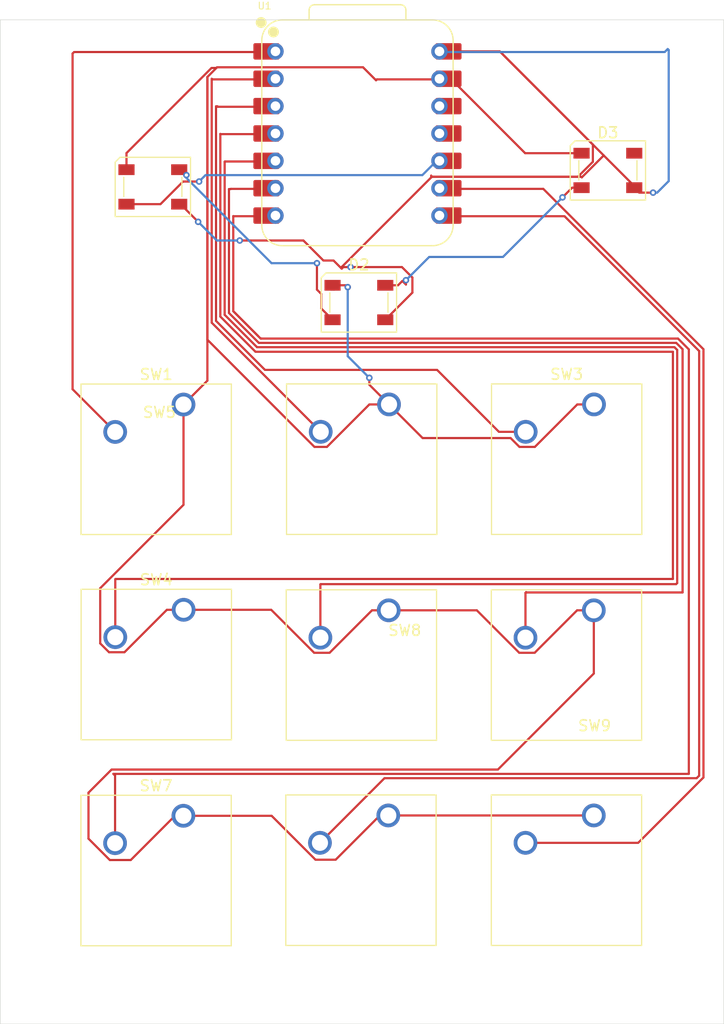
<source format=kicad_pcb>
(kicad_pcb (version 20241229) (generator "pcbnew") (generator_version "9.0")
  (layers (0 "F.Cu" signal) (2 "B.Cu" signal) (13 "F.Paste" user) (15 "B.Paste" user) (5 "F.SilkS" user "F.Silkscreen") (7 "B.SilkS" user "B.Silkscreen") (1 "F.Mask" user) (3 "B.Mask" user) (25 "Edge.Cuts" user))
  (net 0 "")
  (net 1 "Net-(D1-DIN)")
  (net 2 "+5V")
  (net 3 "Net-(D1-DOUT)")
  (net 4 "GND")
  (net 5 "Net-(D2-DOUT)")
  (net 7 "Net-(U1-GPIO26{slash}ADC0{slash}A0)")
  (net 8 "Net-(U1-GPIO27{slash}ADC1{slash}A1)")
  (net 9 "Net-(U1-GPIO28{slash}ADC2{slash}A2)")
  (net 10 "Net-(U1-GPIO29{slash}ADC3{slash}A3)")
  (net 11 "Net-(U1-GPIO6{slash}SDA)")
  (net 12 "Net-(U1-GPIO7{slash}SCL)")
  (net 13 "Net-(U1-GPIO0{slash}TX)")
  (net 14 "Net-(U1-GPIO1{slash}RX)")
  (net 15 "Net-(U1-GPIO2{slash}SCK)")
  (footprint "Button_Switch_Keyboard:SW_Cherry_MX_1.00u_PCB" (layer "F.Cu") (at 93.87 75.06)
    (property "Reference" "SW1" (at -2.54 -2.794 0) (layer "F.SilkS"))
    (property "Value" "SW_Push")
    (fp_line (start -9.525 -1.905) (end 4.445 -1.905) (stroke (width 0.12)) (layer "F.SilkS"))
    (fp_line (start -9.525 12.065) (end -9.525 -1.905) (stroke (width 0.12)) (layer "F.SilkS"))
    (fp_line (start 4.445 -1.905) (end 4.445 12.065) (stroke (width 0.12)) (layer "F.SilkS"))
    (fp_line (start 4.445 12.065) (end -9.525 12.065) (stroke (width 0.12)) (layer "F.SilkS"))
    (pad "" np_thru_hole circle (at -7.62 5.08) (size 1.7 1.7) (drill 1.7) (layers "*.Cu" "*.Mask"))
    (pad "" np_thru_hole circle (at -2.54 5.08) (size 4 4) (drill 4) (layers "*.Cu" "*.Mask"))
    (pad "" np_thru_hole circle (at 2.54 5.08) (size 1.7 1.7) (drill 1.7) (layers "*.Cu" "*.Mask"))
    (pad "1" thru_hole circle (at 0 0) (size 2.2 2.2) (drill 1.5) (layers "*.Cu" "*.Mask") (net 4 "GND"))
    (pad "2" thru_hole circle (at -6.35 2.54) (size 2.2 2.2) (drill 1.5) (layers "*.Cu" "*.Mask") (net 7 "Net-(U1-GPIO26{slash}ADC0{slash}A0)"))
  )
  (footprint "Button_Switch_Keyboard:SW_Cherry_MX_1.00u_PCB" (layer "F.Cu") (at 112.9 113.2)
    (property "Reference" "SW8" (at 1.531 -17.1745 0) (layer "F.SilkS"))
    (property "Value" "SW_Push")
    (fp_line (start -9.525 -1.905) (end 4.445 -1.905) (stroke (width 0.12)) (layer "F.SilkS"))
    (fp_line (start -9.525 12.065) (end -9.525 -1.905) (stroke (width 0.12)) (layer "F.SilkS"))
    (fp_line (start 4.445 -1.905) (end 4.445 12.065) (stroke (width 0.12)) (layer "F.SilkS"))
    (fp_line (start 4.445 12.065) (end -9.525 12.065) (stroke (width 0.12)) (layer "F.SilkS"))
    (pad "" np_thru_hole circle (at -7.62 5.08) (size 1.7 1.7) (drill 1.7) (layers "*.Cu" "*.Mask"))
    (pad "" np_thru_hole circle (at -2.54 5.08) (size 4 4) (drill 4) (layers "*.Cu" "*.Mask"))
    (pad "" np_thru_hole circle (at 2.54 5.08) (size 1.7 1.7) (drill 1.7) (layers "*.Cu" "*.Mask"))
    (pad "1" thru_hole circle (at 0 0) (size 2.2 2.2) (drill 1.5) (layers "*.Cu" "*.Mask") (net 4 "GND"))
    (pad "2" thru_hole circle (at -6.35 2.54) (size 2.2 2.2) (drill 1.5) (layers "*.Cu" "*.Mask") (net 14 "Net-(U1-GPIO1{slash}RX)"))
  )
  (footprint "opl lib:XIAO-RP2040-DIP" (layer "F.Cu") (at 110.035 49.9)
    (property "Reference" "U1" (at -8.635 -11.84 0) (layer "F.SilkS") (effects (font (size 0.635 0.635) (thickness 0.1016))))
    (property "Value" "XIAO-RP2040-DIP")
    (fp_line (start -8.89 8.509) (end -8.89 -8.636) (stroke (width 0.127)) (layer "F.SilkS"))
    (fp_line (start -6.985 10.414) (end 6.985 10.414) (stroke (width 0.127)) (layer "F.SilkS"))
    (fp_line (start -4.495 -10.541) (end -4.491272 -11.451272) (stroke (width 0.127)) (layer "F.SilkS"))
    (fp_line (start -3.991272 -11.951) (end 4.004 -11.951) (stroke (width 0.127)) (layer "F.SilkS"))
    (fp_line (start 4.504 -11.451) (end 4.504 -10.541) (stroke (width 0.127)) (layer "F.SilkS"))
    (fp_line (start 6.985 -10.541) (end -6.985 -10.541) (stroke (width 0.1)) (layer "F.SilkS"))
    (fp_line (start 6.985 -10.541) (end -6.985 -10.541) (stroke (width 0.127)) (layer "F.SilkS"))
    (fp_line (start 8.89 8.509) (end 8.89 -8.636) (stroke (width 0.127)) (layer "F.SilkS"))
    (fp_arc (start -8.89 -8.636) (mid -8.332038 -9.983038) (end -6.985 -10.541) (stroke (width 0.127)) (layer "F.SilkS"))
    (fp_arc (start -6.985 10.414) (mid -8.332038 9.856038) (end -8.89 8.509) (stroke (width 0.127)) (layer "F.SilkS"))
    (fp_arc (start -4.491272 -11.451272) (mid -4.344728 -11.80464) (end -3.991272 -11.951) (stroke (width 0.127)) (layer "F.SilkS"))
    (fp_arc (start 4.004 -11.951) (mid 4.357553 -11.804553) (end 4.504 -11.451) (stroke (width 0.127)) (layer "F.SilkS"))
    (fp_arc (start 6.985 -10.541) (mid 8.332038 -9.983038) (end 8.89 -8.636) (stroke (width 0.127)) (layer "F.SilkS"))
    (fp_arc (start 8.89 8.509) (mid 8.332038 9.856038) (end 6.985 10.414) (stroke (width 0.127)) (layer "F.SilkS"))
    (fp_circle (center -8.95 -10.3) (end -8.95 -10.554) (stroke (width 0.5)) (fill yes) (layer "F.SilkS"))
    (fp_circle (center -7.807 -9.42) (end -7.807 -9.674) (stroke (width 0.5)) (fill yes) (layer "F.SilkS"))
    (pad "1" smd roundrect (at -8.455 -7.62 180) (size 2.432 1.524) (layers "F.Cu" "F.Mask") (roundrect_rratio 0.1) (net 7 "Net-(U1-GPIO26{slash}ADC0{slash}A0)"))
    (pad "1" thru_hole circle (at -7.62 -7.62 180) (size 1.524 1.524) (drill 0.889) (layers "*.Cu" "*.Mask") (net 7 "Net-(U1-GPIO26{slash}ADC0{slash}A0)"))
    (pad "2" smd roundrect (at -8.455 -5.08 180) (size 2.432 1.524) (layers "F.Cu" "F.Mask") (roundrect_rratio 0.1) (net 8 "Net-(U1-GPIO27{slash}ADC1{slash}A1)"))
    (pad "2" thru_hole circle (at -7.62 -5.08 180) (size 1.524 1.524) (drill 0.889) (layers "*.Cu" "*.Mask") (net 8 "Net-(U1-GPIO27{slash}ADC1{slash}A1)"))
    (pad "3" smd roundrect (at -8.455 -2.54 180) (size 2.432 1.524) (layers "F.Cu" "F.Mask") (roundrect_rratio 0.1) (net 9 "Net-(U1-GPIO28{slash}ADC2{slash}A2)"))
    (pad "3" thru_hole circle (at -7.62 -2.54 180) (size 1.524 1.524) (drill 0.889) (layers "*.Cu" "*.Mask") (net 9 "Net-(U1-GPIO28{slash}ADC2{slash}A2)"))
    (pad "4" smd roundrect (at -8.455 0 180) (size 2.432 1.524) (layers "F.Cu" "F.Mask") (roundrect_rratio 0.1) (net 10 "Net-(U1-GPIO29{slash}ADC3{slash}A3)"))
    (pad "4" thru_hole circle (at -7.62 0 180) (size 1.524 1.524) (drill 0.889) (layers "*.Cu" "*.Mask") (net 10 "Net-(U1-GPIO29{slash}ADC3{slash}A3)"))
    (pad "5" smd roundrect (at -8.455 2.54 180) (size 2.432 1.524) (layers "F.Cu" "F.Mask") (roundrect_rratio 0.1) (net 11 "Net-(U1-GPIO6{slash}SDA)"))
    (pad "5" thru_hole circle (at -7.62 2.54 180) (size 1.524 1.524) (drill 0.889) (layers "*.Cu" "*.Mask") (net 11 "Net-(U1-GPIO6{slash}SDA)"))
    (pad "6" smd roundrect (at -8.455 5.08 180) (size 2.432 1.524) (layers "F.Cu" "F.Mask") (roundrect_rratio 0.1) (net 12 "Net-(U1-GPIO7{slash}SCL)"))
    (pad "6" thru_hole circle (at -7.62 5.08 180) (size 1.524 1.524) (drill 0.889) (layers "*.Cu" "*.Mask") (net 12 "Net-(U1-GPIO7{slash}SCL)"))
    (pad "7" smd roundrect (at -8.455 7.62 180) (size 2.432 1.524) (layers "F.Cu" "F.Mask") (roundrect_rratio 0.1) (net 13 "Net-(U1-GPIO0{slash}TX)"))
    (pad "7" thru_hole circle (at -7.62 7.62 180) (size 1.524 1.524) (drill 0.889) (layers "*.Cu" "*.Mask") (net 13 "Net-(U1-GPIO0{slash}TX)"))
    (pad "8" thru_hole circle (at 7.62 7.62) (size 1.524 1.524) (drill 0.889) (layers "*.Cu" "*.Mask") (net 14 "Net-(U1-GPIO1{slash}RX)"))
    (pad "8" smd roundrect (at 8.455 7.62) (size 2.432 1.524) (layers "F.Cu" "F.Mask") (roundrect_rratio 0.1) (net 14 "Net-(U1-GPIO1{slash}RX)"))
    (pad "9" thru_hole circle (at 7.62 5.08) (size 1.524 1.524) (drill 0.889) (layers "*.Cu" "*.Mask") (net 15 "Net-(U1-GPIO2{slash}SCK)"))
    (pad "9" smd roundrect (at 8.455 5.08) (size 2.432 1.524) (layers "F.Cu" "F.Mask") (roundrect_rratio 0.1) (net 15 "Net-(U1-GPIO2{slash}SCK)"))
    (pad "10" thru_hole circle (at 7.62 2.54) (size 1.524 1.524) (drill 0.889) (layers "*.Cu" "*.Mask") (net 1 "Net-(D1-DIN)"))
    (pad "10" smd roundrect (at 8.455 2.54) (size 2.432 1.524) (layers "F.Cu" "F.Mask") (roundrect_rratio 0.1) (net 1 "Net-(D1-DIN)"))
    (pad "11" thru_hole circle (at 7.62 0) (size 1.524 1.524) (drill 0.889) (layers "*.Cu" "*.Mask"))
    (pad "11" smd roundrect (at 8.455 0) (size 2.432 1.524) (layers "F.Cu" "F.Mask") (roundrect_rratio 0.1))
    (pad "12" thru_hole circle (at 7.62 -2.54) (size 1.524 1.524) (drill 0.889) (layers "*.Cu" "*.Mask"))
    (pad "12" smd roundrect (at 8.455 -2.54) (size 2.432 1.524) (layers "F.Cu" "F.Mask") (roundrect_rratio 0.1))
    (pad "13" thru_hole circle (at 7.62 -5.08) (size 1.524 1.524) (drill 0.889) (layers "*.Cu" "*.Mask") (net 4 "GND"))
    (pad "13" smd roundrect (at 8.455 -5.08) (size 2.432 1.524) (layers "F.Cu" "F.Mask") (roundrect_rratio 0.1) (net 4 "GND"))
    (pad "14" thru_hole circle (at 7.62 -7.62) (size 1.524 1.524) (drill 0.889) (layers "*.Cu" "*.Mask") (net 2 "+5V"))
    (pad "14" smd roundrect (at 8.455 -7.62) (size 2.432 1.524) (layers "F.Cu" "F.Mask") (roundrect_rratio 0.1) (net 2 "+5V"))
  )
  (footprint "LED_SMD:LED_SK6812_PLCC4_5.0x5.0mm_P3.2mm" (layer "F.Cu") (at 110.17 65.59)
    (property "Reference" "D2" (at 0 -3.5 0) (layer "F.SilkS"))
    (property "Value" "SK6812")
    (fp_line (start -3.5 -2.3) (end -3.5 2.75) (stroke (width 0.12)) (layer "F.SilkS"))
    (fp_line (start -3.05 -2.75) (end -3.5 -2.3) (stroke (width 0.12)) (layer "F.SilkS"))
    (fp_line (start -2.7 -0.9) (end -2.7 0.9) (stroke (width 0.12)) (layer "F.SilkS"))
    (fp_line (start 2.7 -0.9) (end 2.7 0.9) (stroke (width 0.12)) (layer "F.SilkS"))
    (fp_line (start 3.5 -2.75) (end -3.05 -2.75) (stroke (width 0.12)) (layer "F.SilkS"))
    (fp_line (start 3.5 2.75) (end -3.5 2.75) (stroke (width 0.12)) (layer "F.SilkS"))
    (fp_line (start 3.5 2.75) (end 3.5 -2.75) (stroke (width 0.12)) (layer "F.SilkS"))
    (pad "1" smd rect (at -2.45 -1.6 180) (size 1.5 1) (layers "F.Cu" "F.Mask" "F.Paste") (net 4 "GND"))
    (pad "2" smd rect (at -2.45 1.6 180) (size 1.5 1) (layers "F.Cu" "F.Mask" "F.Paste") (net 3 "Net-(D1-DOUT)"))
    (pad "3" smd rect (at 2.45 1.6 180) (size 1.5 1) (layers "F.Cu" "F.Mask" "F.Paste") (net 2 "+5V"))
    (pad "4" smd rect (at 2.45 -1.6 180) (size 1.5 1) (layers "F.Cu" "F.Mask" "F.Paste") (net 5 "Net-(D2-DOUT)"))
  )
  (footprint "Button_Switch_Keyboard:SW_Cherry_MX_1.00u_PCB" (layer "F.Cu") (at 93.86 113.23)
    (property "Reference" "SW7" (at -2.54 -2.794 0) (layer "F.SilkS"))
    (property "Value" "SW_Push")
    (fp_line (start -9.525 -1.905) (end 4.445 -1.905) (stroke (width 0.12)) (layer "F.SilkS"))
    (fp_line (start -9.525 12.065) (end -9.525 -1.905) (stroke (width 0.12)) (layer "F.SilkS"))
    (fp_line (start 4.445 -1.905) (end 4.445 12.065) (stroke (width 0.12)) (layer "F.SilkS"))
    (fp_line (start 4.445 12.065) (end -9.525 12.065) (stroke (width 0.12)) (layer "F.SilkS"))
    (pad "" np_thru_hole circle (at -7.62 5.08) (size 1.7 1.7) (drill 1.7) (layers "*.Cu" "*.Mask"))
    (pad "" np_thru_hole circle (at -2.54 5.08) (size 4 4) (drill 4) (layers "*.Cu" "*.Mask"))
    (pad "" np_thru_hole circle (at 2.54 5.08) (size 1.7 1.7) (drill 1.7) (layers "*.Cu" "*.Mask"))
    (pad "1" thru_hole circle (at 0 0) (size 2.2 2.2) (drill 1.5) (layers "*.Cu" "*.Mask") (net 4 "GND"))
    (pad "2" thru_hole circle (at -6.35 2.54) (size 2.2 2.2) (drill 1.5) (layers "*.Cu" "*.Mask") (net 13 "Net-(U1-GPIO0{slash}TX)"))
  )
  (footprint "Button_Switch_Keyboard:SW_Cherry_MX_1.00u_PCB" (layer "F.Cu") (at 112.94 94.16)
    (property "Reference" "SW5" (at -21.309 -18.3745 0) (layer "F.SilkS"))
    (property "Value" "SW_Push")
    (fp_line (start -9.525 -1.905) (end 4.445 -1.905) (stroke (width 0.12)) (layer "F.SilkS"))
    (fp_line (start -9.525 12.065) (end -9.525 -1.905) (stroke (width 0.12)) (layer "F.SilkS"))
    (fp_line (start 4.445 -1.905) (end 4.445 12.065) (stroke (width 0.12)) (layer "F.SilkS"))
    (fp_line (start 4.445 12.065) (end -9.525 12.065) (stroke (width 0.12)) (layer "F.SilkS"))
    (pad "" np_thru_hole circle (at -7.62 5.08) (size 1.7 1.7) (drill 1.7) (layers "*.Cu" "*.Mask"))
    (pad "" np_thru_hole circle (at -2.54 5.08) (size 4 4) (drill 4) (layers "*.Cu" "*.Mask"))
    (pad "" np_thru_hole circle (at 2.54 5.08) (size 1.7 1.7) (drill 1.7) (layers "*.Cu" "*.Mask"))
    (pad "1" thru_hole circle (at 0 0) (size 2.2 2.2) (drill 1.5) (layers "*.Cu" "*.Mask") (net 4 "GND"))
    (pad "2" thru_hole circle (at -6.35 2.54) (size 2.2 2.2) (drill 1.5) (layers "*.Cu" "*.Mask") (net 11 "Net-(U1-GPIO6{slash}SDA)"))
  )
  (footprint "LED_SMD:LED_SK6812_PLCC4_5.0x5.0mm_P3.2mm" (layer "F.Cu") (at 91.02 54.86)
    (property "Reference" "D1" (hide yes))
    (property "Value" "SK6812")
    (fp_line (start -3.5 -2.3) (end -3.5 2.75) (stroke (width 0.12)) (layer "F.SilkS"))
    (fp_line (start -3.05 -2.75) (end -3.5 -2.3) (stroke (width 0.12)) (layer "F.SilkS"))
    (fp_line (start -2.7 -0.9) (end -2.7 0.9) (stroke (width 0.12)) (layer "F.SilkS"))
    (fp_line (start 2.7 -0.9) (end 2.7 0.9) (stroke (width 0.12)) (layer "F.SilkS"))
    (fp_line (start 3.5 -2.75) (end -3.05 -2.75) (stroke (width 0.12)) (layer "F.SilkS"))
    (fp_line (start 3.5 2.75) (end -3.5 2.75) (stroke (width 0.12)) (layer "F.SilkS"))
    (fp_line (start 3.5 2.75) (end 3.5 -2.75) (stroke (width 0.12)) (layer "F.SilkS"))
    (pad "1" smd rect (at -2.45 -1.6 180) (size 1.5 1) (layers "F.Cu" "F.Mask" "F.Paste") (net 4 "GND"))
    (pad "2" smd rect (at -2.45 1.6 180) (size 1.5 1) (layers "F.Cu" "F.Mask" "F.Paste") (net 1 "Net-(D1-DIN)"))
    (pad "3" smd rect (at 2.45 1.6 180) (size 1.5 1) (layers "F.Cu" "F.Mask" "F.Paste") (net 2 "+5V"))
    (pad "4" smd rect (at 2.45 -1.6 180) (size 1.5 1) (layers "F.Cu" "F.Mask" "F.Paste") (net 3 "Net-(D1-DOUT)"))
  )
  (footprint "Button_Switch_Keyboard:SW_Cherry_MX_1.00u_PCB" (layer "F.Cu") (at 112.97 75.05)
    (property "Reference" "SW2" (hide yes))
    (property "Value" "SW_Push")
    (fp_line (start -9.525 -1.905) (end 4.445 -1.905) (stroke (width 0.12)) (layer "F.SilkS"))
    (fp_line (start -9.525 12.065) (end -9.525 -1.905) (stroke (width 0.12)) (layer "F.SilkS"))
    (fp_line (start 4.445 -1.905) (end 4.445 12.065) (stroke (width 0.12)) (layer "F.SilkS"))
    (fp_line (start 4.445 12.065) (end -9.525 12.065) (stroke (width 0.12)) (layer "F.SilkS"))
    (pad "" np_thru_hole circle (at -7.62 5.08) (size 1.7 1.7) (drill 1.7) (layers "*.Cu" "*.Mask"))
    (pad "" np_thru_hole circle (at -2.54 5.08) (size 4 4) (drill 4) (layers "*.Cu" "*.Mask"))
    (pad "" np_thru_hole circle (at 2.54 5.08) (size 1.7 1.7) (drill 1.7) (layers "*.Cu" "*.Mask"))
    (pad "1" thru_hole circle (at 0 0) (size 2.2 2.2) (drill 1.5) (layers "*.Cu" "*.Mask") (net 4 "GND"))
    (pad "2" thru_hole circle (at -6.35 2.54) (size 2.2 2.2) (drill 1.5) (layers "*.Cu" "*.Mask") (net 8 "Net-(U1-GPIO27{slash}ADC1{slash}A1)"))
  )
  (footprint "LED_SMD:LED_SK6812_PLCC4_5.0x5.0mm_P3.2mm" (layer "F.Cu") (at 133.31 53.33)
    (property "Reference" "D3" (at 0 -3.5 0) (layer "F.SilkS"))
    (property "Value" "SK6812")
    (fp_line (start -3.5 -2.3) (end -3.5 2.75) (stroke (width 0.12)) (layer "F.SilkS"))
    (fp_line (start -3.05 -2.75) (end -3.5 -2.3) (stroke (width 0.12)) (layer "F.SilkS"))
    (fp_line (start -2.7 -0.9) (end -2.7 0.9) (stroke (width 0.12)) (layer "F.SilkS"))
    (fp_line (start 2.7 -0.9) (end 2.7 0.9) (stroke (width 0.12)) (layer "F.SilkS"))
    (fp_line (start 3.5 -2.75) (end -3.05 -2.75) (stroke (width 0.12)) (layer "F.SilkS"))
    (fp_line (start 3.5 2.75) (end -3.5 2.75) (stroke (width 0.12)) (layer "F.SilkS"))
    (fp_line (start 3.5 2.75) (end 3.5 -2.75) (stroke (width 0.12)) (layer "F.SilkS"))
    (pad "1" smd rect (at -2.45 -1.6 180) (size 1.5 1) (layers "F.Cu" "F.Mask" "F.Paste") (net 4 "GND"))
    (pad "2" smd rect (at -2.45 1.6 180) (size 1.5 1) (layers "F.Cu" "F.Mask" "F.Paste") (net 5 "Net-(D2-DOUT)"))
    (pad "3" smd rect (at 2.45 1.6 180) (size 1.5 1) (layers "F.Cu" "F.Mask" "F.Paste") (net 2 "+5V"))
    (pad "4" smd rect (at 2.45 -1.6 180) (size 1.5 1) (layers "F.Cu" "F.Mask" "F.Paste"))
  )
  (footprint "Button_Switch_Keyboard:SW_Cherry_MX_1.00u_PCB" (layer "F.Cu") (at 132 113.2)
    (property "Reference" "SW9" (at 0.071 -8.3345 0) (layer "F.SilkS"))
    (property "Value" "SW_Push")
    (fp_line (start -9.525 -1.905) (end 4.445 -1.905) (stroke (width 0.12)) (layer "F.SilkS"))
    (fp_line (start -9.525 12.065) (end -9.525 -1.905) (stroke (width 0.12)) (layer "F.SilkS"))
    (fp_line (start 4.445 -1.905) (end 4.445 12.065) (stroke (width 0.12)) (layer "F.SilkS"))
    (fp_line (start 4.445 12.065) (end -9.525 12.065) (stroke (width 0.12)) (layer "F.SilkS"))
    (pad "" np_thru_hole circle (at -7.62 5.08) (size 1.7 1.7) (drill 1.7) (layers "*.Cu" "*.Mask"))
    (pad "" np_thru_hole circle (at -2.54 5.08) (size 4 4) (drill 4) (layers "*.Cu" "*.Mask"))
    (pad "" np_thru_hole circle (at 2.54 5.08) (size 1.7 1.7) (drill 1.7) (layers "*.Cu" "*.Mask"))
    (pad "1" thru_hole circle (at 0 0) (size 2.2 2.2) (drill 1.5) (layers "*.Cu" "*.Mask") (net 4 "GND"))
    (pad "2" thru_hole circle (at -6.35 2.54) (size 2.2 2.2) (drill 1.5) (layers "*.Cu" "*.Mask") (net 15 "Net-(U1-GPIO2{slash}SCK)"))
  )
  (footprint "Button_Switch_Keyboard:SW_Cherry_MX_1.00u_PCB" (layer "F.Cu") (at 132 94.16)
    (property "Reference" "SW6" (hide yes))
    (property "Value" "SW_Push")
    (fp_line (start -9.525 -1.905) (end 4.445 -1.905) (stroke (width 0.12)) (layer "F.SilkS"))
    (fp_line (start -9.525 12.065) (end -9.525 -1.905) (stroke (width 0.12)) (layer "F.SilkS"))
    (fp_line (start 4.445 -1.905) (end 4.445 12.065) (stroke (width 0.12)) (layer "F.SilkS"))
    (fp_line (start 4.445 12.065) (end -9.525 12.065) (stroke (width 0.12)) (layer "F.SilkS"))
    (pad "" np_thru_hole circle (at -7.62 5.08) (size 1.7 1.7) (drill 1.7) (layers "*.Cu" "*.Mask"))
    (pad "" np_thru_hole circle (at -2.54 5.08) (size 4 4) (drill 4) (layers "*.Cu" "*.Mask"))
    (pad "" np_thru_hole circle (at 2.54 5.08) (size 1.7 1.7) (drill 1.7) (layers "*.Cu" "*.Mask"))
    (pad "1" thru_hole circle (at 0 0) (size 2.2 2.2) (drill 1.5) (layers "*.Cu" "*.Mask") (net 4 "GND"))
    (pad "2" thru_hole circle (at -6.35 2.54) (size 2.2 2.2) (drill 1.5) (layers "*.Cu" "*.Mask") (net 12 "Net-(U1-GPIO7{slash}SCL)"))
  )
  (footprint "Button_Switch_Keyboard:SW_Cherry_MX_1.00u_PCB" (layer "F.Cu") (at 93.88 94.11)
    (property "Reference" "SW4" (at -2.54 -2.794 0) (layer "F.SilkS"))
    (property "Value" "SW_Push")
    (fp_line (start -9.525 -1.905) (end 4.445 -1.905) (stroke (width 0.12)) (layer "F.SilkS"))
    (fp_line (start -9.525 12.065) (end -9.525 -1.905) (stroke (width 0.12)) (layer "F.SilkS"))
    (fp_line (start 4.445 -1.905) (end 4.445 12.065) (stroke (width 0.12)) (layer "F.SilkS"))
    (fp_line (start 4.445 12.065) (end -9.525 12.065) (stroke (width 0.12)) (layer "F.SilkS"))
    (pad "" np_thru_hole circle (at -7.62 5.08) (size 1.7 1.7) (drill 1.7) (layers "*.Cu" "*.Mask"))
    (pad "" np_thru_hole circle (at -2.54 5.08) (size 4 4) (drill 4) (layers "*.Cu" "*.Mask"))
    (pad "" np_thru_hole circle (at 2.54 5.08) (size 1.7 1.7) (drill 1.7) (layers "*.Cu" "*.Mask"))
    (pad "1" thru_hole circle (at 0 0) (size 2.2 2.2) (drill 1.5) (layers "*.Cu" "*.Mask") (net 4 "GND"))
    (pad "2" thru_hole circle (at -6.35 2.54) (size 2.2 2.2) (drill 1.5) (layers "*.Cu" "*.Mask") (net 10 "Net-(U1-GPIO29{slash}ADC3{slash}A3)"))
  )
  (footprint "Button_Switch_Keyboard:SW_Cherry_MX_1.00u_PCB" (layer "F.Cu") (at 132.02 75.05)
    (property "Reference" "SW3" (at -2.54 -2.794 0) (layer "F.SilkS"))
    (property "Value" "SW_Push")
    (fp_line (start -9.525 -1.905) (end 4.445 -1.905) (stroke (width 0.12)) (layer "F.SilkS"))
    (fp_line (start -9.525 12.065) (end -9.525 -1.905) (stroke (width 0.12)) (layer "F.SilkS"))
    (fp_line (start 4.445 -1.905) (end 4.445 12.065) (stroke (width 0.12)) (layer "F.SilkS"))
    (fp_line (start 4.445 12.065) (end -9.525 12.065) (stroke (width 0.12)) (layer "F.SilkS"))
    (pad "" np_thru_hole circle (at -7.62 5.08) (size 1.7 1.7) (drill 1.7) (layers "*.Cu" "*.Mask"))
    (pad "" np_thru_hole circle (at -2.54 5.08) (size 4 4) (drill 4) (layers "*.Cu" "*.Mask"))
    (pad "" np_thru_hole circle (at 2.54 5.08) (size 1.7 1.7) (drill 1.7) (layers "*.Cu" "*.Mask"))
    (pad "1" thru_hole circle (at 0 0) (size 2.2 2.2) (drill 1.5) (layers "*.Cu" "*.Mask") (net 4 "GND"))
    (pad "2" thru_hole circle (at -6.35 2.54) (size 2.2 2.2) (drill 1.5) (layers "*.Cu" "*.Mask") (net 9 "Net-(U1-GPIO28{slash}ADC2{slash}A2)"))
  )
  (gr_rect (start 76.84 39.35) (end 144.08 132.55) (stroke (width 0.05)) (fill no) (layer "Edge.Cuts"))
  (segment (start 93.83 54.36) (end 91.73 56.46) (width 0.2) (layer "F.Cu") (net 1))
  (segment (start 91.73 56.46) (end 88.57 56.46) (width 0.2) (layer "F.Cu") (net 1))
  (segment (start 95.32 54.36) (end 93.83 54.36) (width 0.2) (layer "F.Cu") (net 1))
  (via (at 95.32 54.36) (size 0.6) (drill 0.3) (layers "F.Cu" "B.Cu") (net 1))
  (segment (start 95.32 54.36) (end 95.915 53.765) (width 0.2) (layer "B.Cu") (net 1))
  (segment (start 117.33 52.5) (end 116.065 53.765) (width 0.2) (layer "B.Cu") (net 1))
  (segment (start 95.915 53.765) (end 116.065 53.765) (width 0.2) (layer "B.Cu") (net 1))
  (segment (start 132.92 51.938) (end 130.881 53.977) (width 0.2) (layer "F.Cu") (net 2))
  (segment (start 114.169943 62.3) (end 109.39 62.3) (width 0.2) (layer "F.Cu") (net 2))
  (segment (start 123.322 42.34) (end 132.92 51.938) (width 0.2) (layer "F.Cu") (net 2))
  (segment (start 137.51 55.39) (end 136.22 55.39) (width 0.2) (layer "F.Cu") (net 2))
  (segment (start 93.59 56.46) (end 93.47 56.46) (width 0.2) (layer "F.Cu") (net 2))
  (segment (start 95.23 58.1) (end 93.59 56.46) (width 0.2) (layer "F.Cu") (net 2))
  (segment (start 135.76 54.778) (end 132.92 51.938) (width 0.2) (layer "F.Cu") (net 2))
  (segment (start 116.88969 53.93) (end 116.90269 53.917) (width 0.2) (layer "F.Cu") (net 2))
  (segment (start 123.262 42.28) (end 117.655 42.28) (width 0.2) (layer "F.Cu") (net 2))
  (segment (start 115.141 63.271057) (end 114.169943 62.3) (width 0.2) (layer "F.Cu") (net 2))
  (segment (start 131.911 50.929) (end 123.262 42.28) (width 0.2) (layer "F.Cu") (net 2))
  (segment (start 131.911 52.531) (end 131.911 50.929) (width 0.2) (layer "F.Cu") (net 2))
  (segment (start 116.88969 53.93) (end 116.88969 53.81031) (width 0.2) (layer "F.Cu") (net 2))
  (segment (start 135.76 54.93) (end 135.76 54.778) (width 0.2) (layer "F.Cu") (net 2))
  (segment (start 115.141 64.669) (end 115.141 63.271057) (width 0.2) (layer "F.Cu") (net 2))
  (segment (start 116.90269 53.917) (end 130.525 53.917) (width 0.2) (layer "F.Cu") (net 2))
  (segment (start 109.39 62.3) (end 108.56669 62.3) (width 0.2) (layer "F.Cu") (net 2))
  (segment (start 107.811057 61.691057) (end 108.57 62.45) (width 0.2) (layer "F.Cu") (net 2))
  (segment (start 116.88969 53.977) (end 116.88969 53.93) (width 0.2) (layer "F.Cu") (net 2))
  (segment (start 116.90269 53.917) (end 130.821 53.917) (width 0.2) (layer "F.Cu") (net 2))
  (segment (start 112.62 67.19) (end 112.62 67.23) (width 0.2) (layer "F.Cu") (net 2))
  (segment (start 112.62 67.19) (end 115.141 64.669) (width 0.2) (layer "F.Cu") (net 2))
  (segment (start 117.33 42.34) (end 123.322 42.34) (width 0.2) (layer "F.Cu") (net 2))
  (segment (start 108.648345 62.218345) (end 108.56669 62.3) (width 0.2) (layer "F.Cu") (net 2))
  (segment (start 106.871 61.691057) (end 105.013414 59.833471) (width 0.2) (layer "F.Cu") (net 2))
  (segment (start 105.013414 59.833471) (end 99.095 59.833471) (width 0.2) (layer "F.Cu") (net 2))
  (segment (start 130.821 53.917) (end 130.881 53.977) (width 0.2) (layer "F.Cu") (net 2))
  (segment (start 116.89 53.81) (end 116.88969 53.81031) (width 0.2) (layer "F.Cu") (net 2))
  (segment (start 116.88969 53.977) (end 108.648345 62.218345) (width 0.2) (layer "F.Cu") (net 2))
  (segment (start 108.648345 62.371655) (end 108.648345 62.218345) (width 0.2) (layer "F.Cu") (net 2))
  (segment (start 106.871 61.691057) (end 107.811057 61.691057) (width 0.2) (layer "F.Cu") (net 2))
  (segment (start 112.65 67.26) (end 112.62 67.23) (width 0.2) (layer "F.Cu") (net 2))
  (segment (start 136.22 55.39) (end 135.76 54.93) (width 0.2) (layer "F.Cu") (net 2))
  (segment (start 130.525 53.917) (end 131.911 52.531) (width 0.2) (layer "F.Cu") (net 2))
  (segment (start 108.57 62.45) (end 108.648345 62.371655) (width 0.2) (layer "F.Cu") (net 2))
  (via (at 99.095 59.833471) (size 0.6) (drill 0.3) (layers "F.Cu" "B.Cu") (net 2))
  (via (at 109.39 62.3) (size 0.6) (drill 0.3) (layers "F.Cu" "B.Cu") (net 2))
  (via (at 95.23 58.1) (size 0.6) (drill 0.3) (layers "F.Cu" "B.Cu") (net 2))
  (via (at 137.51 55.39) (size 0.6) (drill 0.3) (layers "F.Cu" "B.Cu") (net 2))
  (segment (start 138.19 55.09) (end 137.89 55.39) (width 0.2) (layer "B.Cu") (net 2))
  (segment (start 138.87 42.06) (end 138.59 42.34) (width 0.2) (layer "B.Cu") (net 2))
  (segment (start 137.89 55.39) (end 137.51 55.39) (width 0.2) (layer "B.Cu") (net 2))
  (segment (start 138.19 55.09) (end 138.96 54.32) (width 0.2) (layer "B.Cu") (net 2))
  (segment (start 138.96 42.15) (end 138.87 42.06) (width 0.2) (layer "B.Cu") (net 2))
  (segment (start 138.59 42.34) (end 118.393 42.34) (width 0.2) (layer "B.Cu") (net 2))
  (segment (start 96.963471 59.833471) (end 95.23 58.1) (width 0.2) (layer "B.Cu") (net 2))
  (segment (start 99.095 59.833471) (end 96.963471 59.833471) (width 0.2) (layer "B.Cu") (net 2))
  (segment (start 138.96 54.32) (end 138.96 42.15) (width 0.2) (layer "B.Cu") (net 2))
  (segment (start 106.27 64.392) (end 106.669 64.791) (width 0.2) (layer "F.Cu") (net 3))
  (segment (start 93.47 53.26) (end 93.63689 53.26) (width 0.2) (layer "F.Cu") (net 3))
  (segment (start 106.27 61.94) (end 106.27 64.392) (width 0.2) (layer "F.Cu") (net 3))
  (segment (start 106.669 64.791) (end 106.669 66.139) (width 0.2) (layer "F.Cu") (net 3))
  (segment (start 93.63689 53.26) (end 94.13689 53.76) (width 0.2) (layer "F.Cu") (net 3))
  (segment (start 107.72 67.19) (end 106.669 66.139) (width 0.2) (layer "F.Cu") (net 3))
  (via (at 106.27 61.94) (size 0.6) (drill 0.3) (layers "F.Cu" "B.Cu") (net 3))
  (via (at 94.13689 53.76) (size 0.6) (drill 0.3) (layers "F.Cu" "B.Cu") (net 3))
  (segment (start 94.13689 54.026833) (end 102.050057 61.94) (width 0.2) (layer "B.Cu") (net 3))
  (segment (start 94.13689 53.76) (end 94.13689 54.026833) (width 0.2) (layer "B.Cu") (net 3))
  (segment (start 102.050057 61.94) (end 106.27 61.94) (width 0.2) (layer "B.Cu") (net 3))
  (segment (start 112.97 75.05) (end 116.090314 78.170314) (width 0.2) (layer "F.Cu") (net 4))
  (segment (start 112.94 94.16) (end 121.128686 94.16) (width 0.2) (layer "F.Cu") (net 4))
  (segment (start 93.87 75.06) (end 93.87 84.3629) (width 0.2) (layer "F.Cu") (net 4))
  (segment (start 125.62 51.73) (end 118.77 44.88) (width 0.2) (layer "F.Cu") (net 4))
  (segment (start 110.557 43.757) (end 111.763345 44.963345) (width 0.2) (layer "F.Cu") (net 4))
  (segment (start 92.324366 94.11) (end 93.88 94.11) (width 0.2) (layer "F.Cu") (net 4))
  (segment (start 119.51 45.01) (end 119.51 44.8) (width 0.2) (layer "F.Cu") (net 4))
  (segment (start 102.058686 113.23) (end 106.13487 117.306184) (width 0.2) (layer "F.Cu") (net 4))
  (segment (start 111.141314 75.05) (end 107.200314 78.991) (width 0.2) (layer "F.Cu") (net 4))
  (segment (start 93.075184 113.23) (end 93.86 113.23) (width 0.2) (layer "F.Cu") (net 4))
  (segment (start 107.200314 78.991) (end 106.039686 78.991) (width 0.2) (layer "F.Cu") (net 4))
  (segment (start 106.13487 117.306184) (end 108.009 117.306184) (width 0.2) (layer "F.Cu") (net 4))
  (segment (start 96.473 43.817) (end 96.9259 43.817) (width 0.2) (layer "F.Cu") (net 4))
  (segment (start 88.57 53.26) (end 88.57 51.72) (width 0.2) (layer "F.Cu") (net 4))
  (segment (start 96.9259 43.817) (end 96.9859 43.757) (width 0.2) (layer "F.Cu") (net 4))
  (segment (start 118.77 44.88) (end 117.33 44.88) (width 0.2) (layer "F.Cu") (net 4))
  (segment (start 86.129 97.230314) (end 86.949686 98.051) (width 0.2) (layer "F.Cu") (net 4))
  (segment (start 125.089686 78.991) (end 126.523366 78.991) (width 0.2) (layer "F.Cu") (net 4))
  (segment (start 93.87 75.06) (end 96.089 72.841) (width 0.2) (layer "F.Cu") (net 4))
  (segment (start 112.97 75.05) (end 111.141314 75.05) (width 0.2) (layer "F.Cu") (net 4))
  (segment (start 132 94.16) (end 132 100.024816) (width 0.2) (layer "F.Cu") (net 4))
  (segment (start 87.1839 108.939) (end 85.039 111.0839) (width 0.2) (layer "F.Cu") (net 4))
  (segment (start 125.069686 98.101) (end 126.503366 98.101) (width 0.2) (layer "F.Cu") (net 4))
  (segment (start 108.009 117.306184) (end 112.115184 113.2) (width 0.2) (layer "F.Cu") (net 4))
  (segment (start 96.089 72.841) (end 96.089 44.6539) (width 0.2) (layer "F.Cu") (net 4))
  (segment (start 93.87 84.3629) (end 86.129 92.1039) (width 0.2) (layer "F.Cu") (net 4))
  (segment (start 93.88 94.11) (end 102.018686 94.11) (width 0.2) (layer "F.Cu") (net 4))
  (segment (start 126.503366 98.101) (end 130.444366 94.16) (width 0.2) (layer "F.Cu") (net 4))
  (segment (start 88.383366 98.051) (end 92.324366 94.11) (width 0.2) (layer "F.Cu") (net 4))
  (segment (start 102.018686 94.11) (end 106.009686 98.101) (width 0.2) (layer "F.Cu") (net 4))
  (segment (start 118.55 44.88) (end 119.09 44.34) (width 0.2) (layer "F.Cu") (net 4))
  (segment (start 96.089 44.6539) (end 96.9259 43.817) (width 0.2) (layer "F.Cu") (net 4))
  (segment (start 111.763345 44.963345) (end 111.84669 44.88) (width 0.2) (layer "F.Cu") (net 4))
  (segment (start 93.86 113.23) (end 102.058686 113.23) (width 0.2) (layer "F.Cu") (net 4))
  (segment (start 112.9 113.2) (end 132 113.2) (width 0.2) (layer "F.Cu") (net 4))
  (segment (start 132 100.024816) (end 123.085816 108.939) (width 0.2) (layer "F.Cu") (net 4))
  (segment (start 123.085816 108.939) (end 87.1839 108.939) (width 0.2) (layer "F.Cu") (net 4))
  (segment (start 126.523366 78.991) (end 130.464366 75.05) (width 0.2) (layer "F.Cu") (net 4))
  (segment (start 85.039 115.353816) (end 87.021368 117.336184) (width 0.2) (layer "F.Cu") (net 4))
  (segment (start 130.444366 94.16) (end 132 94.16) (width 0.2) (layer "F.Cu") (net 4))
  (segment (start 107.443366 98.101) (end 111.384366 94.16) (width 0.2) (layer "F.Cu") (net 4))
  (segment (start 87.021368 117.336184) (end 88.969 117.336184) (width 0.2) (layer "F.Cu") (net 4))
  (segment (start 106.039686 78.991) (end 96.089 69.040314) (width 0.2) (layer "F.Cu") (net 4))
  (segment (start 108.96 63.99) (end 109.13 64.16) (width 0.2) (layer "F.Cu") (net 4))
  (segment (start 111.384366 94.16) (end 112.94 94.16) (width 0.2) (layer "F.Cu") (net 4))
  (segment (start 116.090314 78.170314) (end 124.269 78.170314) (width 0.2) (layer "F.Cu") (net 4))
  (segment (start 86.949686 98.051) (end 88.383366 98.051) (width 0.2) (layer "F.Cu") (net 4))
  (segment (start 107.72 63.99) (end 108.96 63.99) (width 0.2) (layer "F.Cu") (net 4))
  (segment (start 111.14 72.58) (end 111.14 73.22) (width 0.2) (layer "F.Cu") (net 4))
  (segment (start 118.165 44.88) (end 118.55 44.88) (width 0.2) (layer "F.Cu") (net 4))
  (segment (start 88.969 117.336184) (end 93.075184 113.23) (width 0.2) (layer "F.Cu") (net 4))
  (segment (start 108.121 64.1561) (end 107.8871 64.39) (width 0.2) (layer "F.Cu") (net 4))
  (segment (start 119.51 44.8) (end 119.43 44.88) (width 0.2) (layer "F.Cu") (net 4))
  (segment (start 124.269 78.170314) (end 125.089686 78.991) (width 0.2) (layer "F.Cu") (net 4))
  (segment (start 112.115184 113.2) (end 112.9 113.2) (width 0.2) (layer "F.Cu") (net 4))
  (segment (start 86.129 92.1039) (end 86.129 97.230314) (width 0.2) (layer "F.Cu") (net 4))
  (segment (start 121.128686 94.16) (end 125.069686 98.101) (width 0.2) (layer "F.Cu") (net 4))
  (segment (start 130.86 51.73) (end 125.62 51.73) (width 0.2) (layer "F.Cu") (net 4))
  (segment (start 130.464366 75.05) (end 132.02 75.05) (width 0.2) (layer "F.Cu") (net 4))
  (segment (start 111.14 73.22) (end 112.97 75.05) (width 0.2) (layer "F.Cu") (net 4))
  (segment (start 88.57 51.72) (end 96.473 43.817) (width 0.2) (layer "F.Cu") (net 4))
  (segment (start 96.089 69.040314) (end 96.089 44.6539) (width 0.2) (layer "F.Cu") (net 4))
  (segment (start 107.8871 64.39) (end 107.5529 64.39) (width 0.2) (layer "F.Cu") (net 4))
  (segment (start 96.9859 43.757) (end 110.557 43.757) (width 0.2) (layer "F.Cu") (net 4))
  (segment (start 106.009686 98.101) (end 107.443366 98.101) (width 0.2) (layer "F.Cu") (net 4))
  (segment (start 85.039 111.0839) (end 85.039 115.353816) (width 0.2) (layer "F.Cu") (net 4))
  (segment (start 119.43 44.88) (end 118.165 44.88) (width 0.2) (layer "F.Cu") (net 4))
  (segment (start 111.84669 44.88) (end 118.165 44.88) (width 0.2) (layer "F.Cu") (net 4))
  (via (at 109.13 64.16) (size 0.6) (drill 0.3) (layers "F.Cu" "B.Cu") (net 4))
  (via (at 111.14 72.58) (size 0.6) (drill 0.3) (layers "F.Cu" "B.Cu") (net 4))
  (segment (start 109.13 70.57) (end 111.14 72.58) (width 0.2) (layer "B.Cu") (net 4))
  (segment (start 109.13 64.16) (end 109.13 70.57) (width 0.2) (layer "B.Cu") (net 4))
  (segment (start 114.54 63.52) (end 114.54 63.922) (width 0.2) (layer "F.Cu") (net 5))
  (segment (start 113.806 63.99) (end 112.62 63.99) (width 0.2) (layer "F.Cu") (net 5))
  (segment (start 130.86 54.93) (end 129.99 54.93) (width 0.2) (layer "F.Cu") (net 5))
  (segment (start 129.99 54.93) (end 129.09 55.83) (width 0.2) (layer "F.Cu") (net 5))
  (segment (start 114.207 63.589) (end 113.806 63.99) (width 0.2) (layer "F.Cu") (net 5))
  (segment (start 114.54 63.922) (end 114.207 63.589) (width 0.2) (layer "F.Cu") (net 5))
  (segment (start 112.89 64.04) (end 112.67 64.04) (width 0.2) (layer "F.Cu") (net 5))
  (segment (start 112.67 64.04) (end 112.62 63.99) (width 0.2) (layer "F.Cu") (net 5))
  (via (at 129.09 55.83) (size 0.6) (drill 0.3) (layers "F.Cu" "B.Cu") (net 5))
  (via (at 114.54 63.52) (size 0.6) (drill 0.3) (layers "F.Cu" "B.Cu") (net 5))
  (segment (start 118.38 61.36) (end 116.7 61.36) (width 0.2) (layer "B.Cu") (net 5))
  (segment (start 116.7 61.36) (end 114.54 63.52) (width 0.2) (layer "B.Cu") (net 5))
  (segment (start 123.56 61.36) (end 118.38 61.36) (width 0.2) (layer "B.Cu") (net 5))
  (segment (start 129.09 55.83) (end 123.56 61.36) (width 0.2) (layer "B.Cu") (net 5))
  (segment (start 83.56 73.64) (end 83.56 42.48) (width 0.2) (layer "F.Cu") (net 7))
  (segment (start 83.7 42.34) (end 102.09 42.34) (width 0.2) (layer "F.Cu") (net 7))
  (segment (start 83.56 42.48) (end 83.7 42.34) (width 0.2) (layer "F.Cu") (net 7))
  (segment (start 87.52 77.6) (end 83.56 73.64) (width 0.2) (layer "F.Cu") (net 7))
  (segment (start 87.24 77.32) (end 87.24 77.73) (width 0.2) (layer "F.Cu") (net 7))
  (segment (start 87.52 77.6) (end 87.24 77.32) (width 0.2) (layer "F.Cu") (net 7))
  (segment (start 106.62 77.59) (end 96.49 67.46) (width 0.2) (layer "F.Cu") (net 8))
  (segment (start 96.49 44.82) (end 96.55 44.88) (width 0.2) (layer "F.Cu") (net 8))
  (segment (start 96.49 67.46) (end 96.49 44.82) (width 0.2) (layer "F.Cu") (net 8))
  (segment (start 96.55 44.88) (end 102.09 44.88) (width 0.2) (layer "F.Cu") (net 8))
  (segment (start 97.06 47.42) (end 102.09 47.42) (width 0.2) (layer "F.Cu") (net 9))
  (segment (start 96.891 67.2939) (end 96.891 47.38) (width 0.2) (layer "F.Cu") (net 9))
  (segment (start 96.891 47.38) (end 97.02 47.38) (width 0.2) (layer "F.Cu") (net 9))
  (segment (start 117.43145 71.84145) (end 101.43855 71.84145) (width 0.2) (layer "F.Cu") (net 9))
  (segment (start 97.02 47.38) (end 97.06 47.42) (width 0.2) (layer "F.Cu") (net 9))
  (segment (start 123.18 77.59) (end 117.43145 71.84145) (width 0.2) (layer "F.Cu") (net 9))
  (segment (start 101.43855 71.84145) (end 96.891 67.2939) (width 0.2) (layer "F.Cu") (net 9))
  (segment (start 125.67 77.59) (end 123.18 77.59) (width 0.2) (layer "F.Cu") (net 9))
  (segment (start 100.5591 70.16) (end 97.292 66.8929) (width 0.2) (layer "F.Cu") (net 10))
  (segment (start 97.292 49.94) (end 97.312 49.96) (width 0.2) (layer "F.Cu") (net 10))
  (segment (start 139.35 91.25) (end 139.35 70.16) (width 0.2) (layer "F.Cu") (net 10))
  (segment (start 87.53 96.65) (end 87.53 91.27) (width 0.2) (layer "F.Cu") (net 10))
  (segment (start 87.55 91.25) (end 139.35 91.25) (width 0.2) (layer "F.Cu") (net 10))
  (segment (start 97.292 66.8929) (end 97.292 49.94) (width 0.2) (layer "F.Cu") (net 10))
  (segment (start 139.35 70.16) (end 100.5591 70.16) (width 0.2) (layer "F.Cu") (net 10))
  (segment (start 87.53 91.27) (end 87.55 91.25) (width 0.2) (layer "F.Cu") (net 10))
  (segment (start 97.312 49.96) (end 102.09 49.96) (width 0.2) (layer "F.Cu") (net 10))
  (segment (start 97.693 66.7268) (end 97.693 52.52) (width 0.2) (layer "F.Cu") (net 11))
  (segment (start 106.59 91.75) (end 106.61 91.73) (width 0.2) (layer "F.Cu") (net 11))
  (segment (start 100.7031 69.7369) (end 97.693 66.7268) (width 0.2) (layer "F.Cu") (net 11))
  (segment (start 139.65 91.73) (end 139.751 91.629) (width 0.2) (layer "F.Cu") (net 11))
  (segment (start 97.713 52.5) (end 102.09 52.5) (width 0.2) (layer "F.Cu") (net 11))
  (segment (start 139.494 69.7369) (end 100.7031 69.7369) (width 0.2) (layer "F.Cu") (net 11))
  (segment (start 106.59 96.7) (end 106.59 91.75) (width 0.2) (layer "F.Cu") (net 11))
  (segment (start 106.61 91.73) (end 139.65 91.73) (width 0.2) (layer "F.Cu") (net 11))
  (segment (start 139.751 69.9939) (end 139.494 69.7369) (width 0.2) (layer "F.Cu") (net 11))
  (segment (start 139.751 91.629) (end 139.751 69.9939) (width 0.2) (layer "F.Cu") (net 11))
  (segment (start 97.693 52.52) (end 97.713 52.5) (width 0.2) (layer "F.Cu") (net 11))
  (segment (start 140.25 69.9258) (end 139.6601 69.3359) (width 0.2) (layer "F.Cu") (net 12))
  (segment (start 98.25 55.06) (end 98.27 55.04) (width 0.2) (layer "F.Cu") (net 12))
  (segment (start 125.71 92.47) (end 125.741 92.501) (width 0.2) (layer "F.Cu") (net 12))
  (segment (start 125.741 92.501) (end 140.25 92.501) (width 0.2) (layer "F.Cu") (net 12))
  (segment (start 98.094 66.5607) (end 98.094 55.06) (width 0.2) (layer "F.Cu") (net 12))
  (segment (start 140.25 92.501) (end 140.25 69.9258) (width 0.2) (layer "F.Cu") (net 12))
  (segment (start 139.6601 69.3359) (end 100.8692 69.3359) (width 0.2) (layer "F.Cu") (net 12))
  (segment (start 100.8692 69.3359) (end 98.094 66.5607) (width 0.2) (layer "F.Cu") (net 12))
  (segment (start 98.27 55.04) (end 102.09 55.04) (width 0.2) (layer "F.Cu") (net 12))
  (segment (start 98.094 55.06) (end 98.25 55.06) (width 0.2) (layer "F.Cu") (net 12))
  (segment (start 125.65 96.7) (end 125.65 92.53) (width 0.2) (layer "F.Cu") (net 12))
  (segment (start 125.65 92.53) (end 125.71 92.47) (width 0.2) (layer "F.Cu") (net 12))
  (segment (start 140.83 109.34) (end 140.83 69.9387) (width 0.2) (layer "F.Cu") (net 13))
  (segment (start 101.0353 68.9349) (end 98.495 66.3946) (width 0.2) (layer "F.Cu") (net 13))
  (segment (start 87.51 109.5) (end 87.35 109.34) (width 0.2) (layer "F.Cu") (net 13))
  (segment (start 87.51 115.77) (end 87.51 109.5) (width 0.2) (layer "F.Cu") (net 13))
  (segment (start 139.8262 68.9349) (end 101.11 68.9349) (width 0.2) (layer "F.Cu") (net 13))
  (segment (start 101.11 68.9349) (end 101.0353 68.9349) (width 0.2) (layer "F.Cu") (net 13))
  (segment (start 98.495 66.3946) (end 98.495 57.57) (width 0.2) (layer "F.Cu") (net 13))
  (segment (start 140.83 69.9387) (end 139.8262 68.9349) (width 0.2) (layer "F.Cu") (net 13))
  (segment (start 87.35 109.34) (end 140.83 109.34) (width 0.2) (layer "F.Cu") (net 13))
  (segment (start 100.8204 68.72) (end 98.495 66.3946) (width 0.2) (layer "F.Cu") (net 13))
  (segment (start 98.495 57.57) (end 98.505 57.58) (width 0.2) (layer "F.Cu") (net 13))
  (segment (start 98.505 57.58) (end 102.09 57.58) (width 0.2) (layer "F.Cu") (net 13))
  (segment (start 106.55 115.74) (end 112.549 109.741) (width 0.2) (layer "F.Cu") (net 14))
  (segment (start 141.5561 109.741) (end 141.791 109.5061) (width 0.2) (layer "F.Cu") (net 14))
  (segment (start 141.791 109.5061) (end 141.791 70.0939) (width 0.2) (layer "F.Cu") (net 14))
  (segment (start 141.791 70.0939) (end 130.2271 58.53) (width 0.2) (layer "F.Cu") (net 14))
  (segment (start 118.44 57.855) (end 118.165 57.58) (width 0.2) (layer "F.Cu") (net 14))
  (segment (start 129.2771 57.58) (end 117.33 57.58) (width 0.2) (layer "F.Cu") (net 14))
  (segment (start 130.2271 58.53) (end 129.2771 57.58) (width 0.2) (layer "F.Cu") (net 14))
  (segment (start 112.549 109.741) (end 141.5561 109.741) (width 0.2) (layer "F.Cu") (net 14))
  (segment (start 127.3042 55.04) (end 117.33 55.04) (width 0.2) (layer "F.Cu") (net 15))
  (segment (start 125.65 115.74) (end 136.1242 115.74) (width 0.2) (layer "F.Cu") (net 15))
  (segment (start 142.192 109.6722) (end 142.192 69.9278) (width 0.2) (layer "F.Cu") (net 15))
  (segment (start 142.192 69.9278) (end 127.3042 55.04) (width 0.2) (layer "F.Cu") (net 15))
  (segment (start 136.1242 115.74) (end 142.192 109.6722) (width 0.2) (layer "F.Cu") (net 15))
)
</source>
